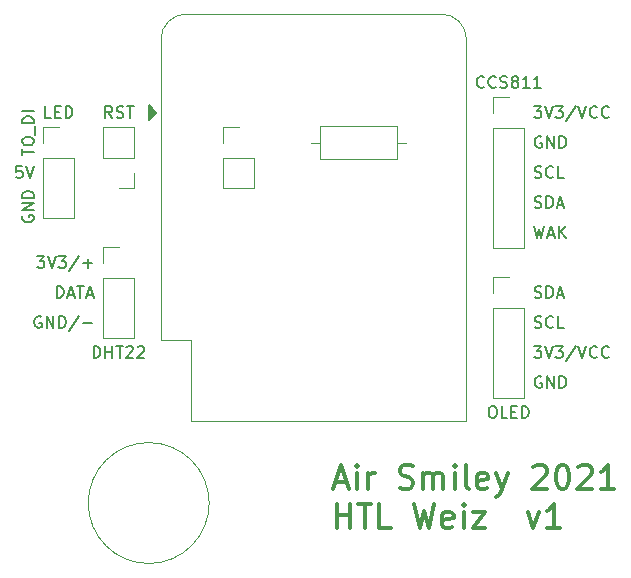
<source format=gbr>
%TF.GenerationSoftware,KiCad,Pcbnew,5.1.9*%
%TF.CreationDate,2021-02-13T11:33:13+01:00*%
%TF.ProjectId,airsmiley,61697273-6d69-46c6-9579-2e6b69636164,v1*%
%TF.SameCoordinates,Original*%
%TF.FileFunction,Legend,Top*%
%TF.FilePolarity,Positive*%
%FSLAX46Y46*%
G04 Gerber Fmt 4.6, Leading zero omitted, Abs format (unit mm)*
G04 Created by KiCad (PCBNEW 5.1.9) date 2021-02-13 11:33:13*
%MOMM*%
%LPD*%
G01*
G04 APERTURE LIST*
%ADD10C,0.150000*%
%ADD11C,0.300000*%
%ADD12C,0.120000*%
G04 APERTURE END LIST*
D10*
X128992380Y-74112380D02*
X128659047Y-73636190D01*
X128420952Y-74112380D02*
X128420952Y-73112380D01*
X128801904Y-73112380D01*
X128897142Y-73160000D01*
X128944761Y-73207619D01*
X128992380Y-73302857D01*
X128992380Y-73445714D01*
X128944761Y-73540952D01*
X128897142Y-73588571D01*
X128801904Y-73636190D01*
X128420952Y-73636190D01*
X129373333Y-74064761D02*
X129516190Y-74112380D01*
X129754285Y-74112380D01*
X129849523Y-74064761D01*
X129897142Y-74017142D01*
X129944761Y-73921904D01*
X129944761Y-73826666D01*
X129897142Y-73731428D01*
X129849523Y-73683809D01*
X129754285Y-73636190D01*
X129563809Y-73588571D01*
X129468571Y-73540952D01*
X129420952Y-73493333D01*
X129373333Y-73398095D01*
X129373333Y-73302857D01*
X129420952Y-73207619D01*
X129468571Y-73160000D01*
X129563809Y-73112380D01*
X129801904Y-73112380D01*
X129944761Y-73160000D01*
X130230476Y-73112380D02*
X130801904Y-73112380D01*
X130516190Y-74112380D02*
X130516190Y-73112380D01*
D11*
X147895952Y-104933333D02*
X148848333Y-104933333D01*
X147705476Y-105504761D02*
X148372142Y-103504761D01*
X149038809Y-105504761D01*
X149705476Y-105504761D02*
X149705476Y-104171428D01*
X149705476Y-103504761D02*
X149610238Y-103600000D01*
X149705476Y-103695238D01*
X149800714Y-103600000D01*
X149705476Y-103504761D01*
X149705476Y-103695238D01*
X150657857Y-105504761D02*
X150657857Y-104171428D01*
X150657857Y-104552380D02*
X150753095Y-104361904D01*
X150848333Y-104266666D01*
X151038809Y-104171428D01*
X151229285Y-104171428D01*
X153324523Y-105409523D02*
X153610238Y-105504761D01*
X154086428Y-105504761D01*
X154276904Y-105409523D01*
X154372142Y-105314285D01*
X154467380Y-105123809D01*
X154467380Y-104933333D01*
X154372142Y-104742857D01*
X154276904Y-104647619D01*
X154086428Y-104552380D01*
X153705476Y-104457142D01*
X153515000Y-104361904D01*
X153419761Y-104266666D01*
X153324523Y-104076190D01*
X153324523Y-103885714D01*
X153419761Y-103695238D01*
X153515000Y-103600000D01*
X153705476Y-103504761D01*
X154181666Y-103504761D01*
X154467380Y-103600000D01*
X155324523Y-105504761D02*
X155324523Y-104171428D01*
X155324523Y-104361904D02*
X155419761Y-104266666D01*
X155610238Y-104171428D01*
X155895952Y-104171428D01*
X156086428Y-104266666D01*
X156181666Y-104457142D01*
X156181666Y-105504761D01*
X156181666Y-104457142D02*
X156276904Y-104266666D01*
X156467380Y-104171428D01*
X156753095Y-104171428D01*
X156943571Y-104266666D01*
X157038809Y-104457142D01*
X157038809Y-105504761D01*
X157991190Y-105504761D02*
X157991190Y-104171428D01*
X157991190Y-103504761D02*
X157895952Y-103600000D01*
X157991190Y-103695238D01*
X158086428Y-103600000D01*
X157991190Y-103504761D01*
X157991190Y-103695238D01*
X159229285Y-105504761D02*
X159038809Y-105409523D01*
X158943571Y-105219047D01*
X158943571Y-103504761D01*
X160753095Y-105409523D02*
X160562619Y-105504761D01*
X160181666Y-105504761D01*
X159991190Y-105409523D01*
X159895952Y-105219047D01*
X159895952Y-104457142D01*
X159991190Y-104266666D01*
X160181666Y-104171428D01*
X160562619Y-104171428D01*
X160753095Y-104266666D01*
X160848333Y-104457142D01*
X160848333Y-104647619D01*
X159895952Y-104838095D01*
X161515000Y-104171428D02*
X161991190Y-105504761D01*
X162467380Y-104171428D02*
X161991190Y-105504761D01*
X161800714Y-105980952D01*
X161705476Y-106076190D01*
X161515000Y-106171428D01*
X164657857Y-103695238D02*
X164753095Y-103600000D01*
X164943571Y-103504761D01*
X165419761Y-103504761D01*
X165610238Y-103600000D01*
X165705476Y-103695238D01*
X165800714Y-103885714D01*
X165800714Y-104076190D01*
X165705476Y-104361904D01*
X164562619Y-105504761D01*
X165800714Y-105504761D01*
X167038809Y-103504761D02*
X167229285Y-103504761D01*
X167419761Y-103600000D01*
X167515000Y-103695238D01*
X167610238Y-103885714D01*
X167705476Y-104266666D01*
X167705476Y-104742857D01*
X167610238Y-105123809D01*
X167515000Y-105314285D01*
X167419761Y-105409523D01*
X167229285Y-105504761D01*
X167038809Y-105504761D01*
X166848333Y-105409523D01*
X166753095Y-105314285D01*
X166657857Y-105123809D01*
X166562619Y-104742857D01*
X166562619Y-104266666D01*
X166657857Y-103885714D01*
X166753095Y-103695238D01*
X166848333Y-103600000D01*
X167038809Y-103504761D01*
X168467380Y-103695238D02*
X168562619Y-103600000D01*
X168753095Y-103504761D01*
X169229285Y-103504761D01*
X169419761Y-103600000D01*
X169515000Y-103695238D01*
X169610238Y-103885714D01*
X169610238Y-104076190D01*
X169515000Y-104361904D01*
X168372142Y-105504761D01*
X169610238Y-105504761D01*
X171515000Y-105504761D02*
X170372142Y-105504761D01*
X170943571Y-105504761D02*
X170943571Y-103504761D01*
X170753095Y-103790476D01*
X170562619Y-103980952D01*
X170372142Y-104076190D01*
X147991190Y-108804761D02*
X147991190Y-106804761D01*
X147991190Y-107757142D02*
X149134047Y-107757142D01*
X149134047Y-108804761D02*
X149134047Y-106804761D01*
X149800714Y-106804761D02*
X150943571Y-106804761D01*
X150372142Y-108804761D02*
X150372142Y-106804761D01*
X152562619Y-108804761D02*
X151610238Y-108804761D01*
X151610238Y-106804761D01*
X154562619Y-106804761D02*
X155038809Y-108804761D01*
X155419761Y-107376190D01*
X155800714Y-108804761D01*
X156276904Y-106804761D01*
X157800714Y-108709523D02*
X157610238Y-108804761D01*
X157229285Y-108804761D01*
X157038809Y-108709523D01*
X156943571Y-108519047D01*
X156943571Y-107757142D01*
X157038809Y-107566666D01*
X157229285Y-107471428D01*
X157610238Y-107471428D01*
X157800714Y-107566666D01*
X157895952Y-107757142D01*
X157895952Y-107947619D01*
X156943571Y-108138095D01*
X158753095Y-108804761D02*
X158753095Y-107471428D01*
X158753095Y-106804761D02*
X158657857Y-106900000D01*
X158753095Y-106995238D01*
X158848333Y-106900000D01*
X158753095Y-106804761D01*
X158753095Y-106995238D01*
X159515000Y-107471428D02*
X160562619Y-107471428D01*
X159515000Y-108804761D01*
X160562619Y-108804761D01*
X164181666Y-107471428D02*
X164657857Y-108804761D01*
X165134047Y-107471428D01*
X166943571Y-108804761D02*
X165800714Y-108804761D01*
X166372142Y-108804761D02*
X166372142Y-106804761D01*
X166181666Y-107090476D01*
X165991190Y-107280952D01*
X165800714Y-107376190D01*
D10*
X164705357Y-83272380D02*
X164943452Y-84272380D01*
X165133928Y-83558095D01*
X165324404Y-84272380D01*
X165562500Y-83272380D01*
X165895833Y-83986666D02*
X166372023Y-83986666D01*
X165800595Y-84272380D02*
X166133928Y-83272380D01*
X166467261Y-84272380D01*
X166800595Y-84272380D02*
X166800595Y-83272380D01*
X167372023Y-84272380D02*
X166943452Y-83700952D01*
X167372023Y-83272380D02*
X166800595Y-83843809D01*
X164752976Y-81684761D02*
X164895833Y-81732380D01*
X165133928Y-81732380D01*
X165229166Y-81684761D01*
X165276785Y-81637142D01*
X165324404Y-81541904D01*
X165324404Y-81446666D01*
X165276785Y-81351428D01*
X165229166Y-81303809D01*
X165133928Y-81256190D01*
X164943452Y-81208571D01*
X164848214Y-81160952D01*
X164800595Y-81113333D01*
X164752976Y-81018095D01*
X164752976Y-80922857D01*
X164800595Y-80827619D01*
X164848214Y-80780000D01*
X164943452Y-80732380D01*
X165181547Y-80732380D01*
X165324404Y-80780000D01*
X165752976Y-81732380D02*
X165752976Y-80732380D01*
X165991071Y-80732380D01*
X166133928Y-80780000D01*
X166229166Y-80875238D01*
X166276785Y-80970476D01*
X166324404Y-81160952D01*
X166324404Y-81303809D01*
X166276785Y-81494285D01*
X166229166Y-81589523D01*
X166133928Y-81684761D01*
X165991071Y-81732380D01*
X165752976Y-81732380D01*
X166705357Y-81446666D02*
X167181547Y-81446666D01*
X166610119Y-81732380D02*
X166943452Y-80732380D01*
X167276785Y-81732380D01*
X164752976Y-79144761D02*
X164895833Y-79192380D01*
X165133928Y-79192380D01*
X165229166Y-79144761D01*
X165276785Y-79097142D01*
X165324404Y-79001904D01*
X165324404Y-78906666D01*
X165276785Y-78811428D01*
X165229166Y-78763809D01*
X165133928Y-78716190D01*
X164943452Y-78668571D01*
X164848214Y-78620952D01*
X164800595Y-78573333D01*
X164752976Y-78478095D01*
X164752976Y-78382857D01*
X164800595Y-78287619D01*
X164848214Y-78240000D01*
X164943452Y-78192380D01*
X165181547Y-78192380D01*
X165324404Y-78240000D01*
X166324404Y-79097142D02*
X166276785Y-79144761D01*
X166133928Y-79192380D01*
X166038690Y-79192380D01*
X165895833Y-79144761D01*
X165800595Y-79049523D01*
X165752976Y-78954285D01*
X165705357Y-78763809D01*
X165705357Y-78620952D01*
X165752976Y-78430476D01*
X165800595Y-78335238D01*
X165895833Y-78240000D01*
X166038690Y-78192380D01*
X166133928Y-78192380D01*
X166276785Y-78240000D01*
X166324404Y-78287619D01*
X167229166Y-79192380D02*
X166752976Y-79192380D01*
X166752976Y-78192380D01*
X165324404Y-75700000D02*
X165229166Y-75652380D01*
X165086309Y-75652380D01*
X164943452Y-75700000D01*
X164848214Y-75795238D01*
X164800595Y-75890476D01*
X164752976Y-76080952D01*
X164752976Y-76223809D01*
X164800595Y-76414285D01*
X164848214Y-76509523D01*
X164943452Y-76604761D01*
X165086309Y-76652380D01*
X165181547Y-76652380D01*
X165324404Y-76604761D01*
X165372023Y-76557142D01*
X165372023Y-76223809D01*
X165181547Y-76223809D01*
X165800595Y-76652380D02*
X165800595Y-75652380D01*
X166372023Y-76652380D01*
X166372023Y-75652380D01*
X166848214Y-76652380D02*
X166848214Y-75652380D01*
X167086309Y-75652380D01*
X167229166Y-75700000D01*
X167324404Y-75795238D01*
X167372023Y-75890476D01*
X167419642Y-76080952D01*
X167419642Y-76223809D01*
X167372023Y-76414285D01*
X167324404Y-76509523D01*
X167229166Y-76604761D01*
X167086309Y-76652380D01*
X166848214Y-76652380D01*
X164705357Y-73112380D02*
X165324404Y-73112380D01*
X164991071Y-73493333D01*
X165133928Y-73493333D01*
X165229166Y-73540952D01*
X165276785Y-73588571D01*
X165324404Y-73683809D01*
X165324404Y-73921904D01*
X165276785Y-74017142D01*
X165229166Y-74064761D01*
X165133928Y-74112380D01*
X164848214Y-74112380D01*
X164752976Y-74064761D01*
X164705357Y-74017142D01*
X165610119Y-73112380D02*
X165943452Y-74112380D01*
X166276785Y-73112380D01*
X166514880Y-73112380D02*
X167133928Y-73112380D01*
X166800595Y-73493333D01*
X166943452Y-73493333D01*
X167038690Y-73540952D01*
X167086309Y-73588571D01*
X167133928Y-73683809D01*
X167133928Y-73921904D01*
X167086309Y-74017142D01*
X167038690Y-74064761D01*
X166943452Y-74112380D01*
X166657738Y-74112380D01*
X166562500Y-74064761D01*
X166514880Y-74017142D01*
X168276785Y-73064761D02*
X167419642Y-74350476D01*
X168467261Y-73112380D02*
X168800595Y-74112380D01*
X169133928Y-73112380D01*
X170038690Y-74017142D02*
X169991071Y-74064761D01*
X169848214Y-74112380D01*
X169752976Y-74112380D01*
X169610119Y-74064761D01*
X169514880Y-73969523D01*
X169467261Y-73874285D01*
X169419642Y-73683809D01*
X169419642Y-73540952D01*
X169467261Y-73350476D01*
X169514880Y-73255238D01*
X169610119Y-73160000D01*
X169752976Y-73112380D01*
X169848214Y-73112380D01*
X169991071Y-73160000D01*
X170038690Y-73207619D01*
X171038690Y-74017142D02*
X170991071Y-74064761D01*
X170848214Y-74112380D01*
X170752976Y-74112380D01*
X170610119Y-74064761D01*
X170514880Y-73969523D01*
X170467261Y-73874285D01*
X170419642Y-73683809D01*
X170419642Y-73540952D01*
X170467261Y-73350476D01*
X170514880Y-73255238D01*
X170610119Y-73160000D01*
X170752976Y-73112380D01*
X170848214Y-73112380D01*
X170991071Y-73160000D01*
X171038690Y-73207619D01*
X164752976Y-89304761D02*
X164895833Y-89352380D01*
X165133928Y-89352380D01*
X165229166Y-89304761D01*
X165276785Y-89257142D01*
X165324404Y-89161904D01*
X165324404Y-89066666D01*
X165276785Y-88971428D01*
X165229166Y-88923809D01*
X165133928Y-88876190D01*
X164943452Y-88828571D01*
X164848214Y-88780952D01*
X164800595Y-88733333D01*
X164752976Y-88638095D01*
X164752976Y-88542857D01*
X164800595Y-88447619D01*
X164848214Y-88400000D01*
X164943452Y-88352380D01*
X165181547Y-88352380D01*
X165324404Y-88400000D01*
X165752976Y-89352380D02*
X165752976Y-88352380D01*
X165991071Y-88352380D01*
X166133928Y-88400000D01*
X166229166Y-88495238D01*
X166276785Y-88590476D01*
X166324404Y-88780952D01*
X166324404Y-88923809D01*
X166276785Y-89114285D01*
X166229166Y-89209523D01*
X166133928Y-89304761D01*
X165991071Y-89352380D01*
X165752976Y-89352380D01*
X166705357Y-89066666D02*
X167181547Y-89066666D01*
X166610119Y-89352380D02*
X166943452Y-88352380D01*
X167276785Y-89352380D01*
X165324404Y-96020000D02*
X165229166Y-95972380D01*
X165086309Y-95972380D01*
X164943452Y-96020000D01*
X164848214Y-96115238D01*
X164800595Y-96210476D01*
X164752976Y-96400952D01*
X164752976Y-96543809D01*
X164800595Y-96734285D01*
X164848214Y-96829523D01*
X164943452Y-96924761D01*
X165086309Y-96972380D01*
X165181547Y-96972380D01*
X165324404Y-96924761D01*
X165372023Y-96877142D01*
X165372023Y-96543809D01*
X165181547Y-96543809D01*
X165800595Y-96972380D02*
X165800595Y-95972380D01*
X166372023Y-96972380D01*
X166372023Y-95972380D01*
X166848214Y-96972380D02*
X166848214Y-95972380D01*
X167086309Y-95972380D01*
X167229166Y-96020000D01*
X167324404Y-96115238D01*
X167372023Y-96210476D01*
X167419642Y-96400952D01*
X167419642Y-96543809D01*
X167372023Y-96734285D01*
X167324404Y-96829523D01*
X167229166Y-96924761D01*
X167086309Y-96972380D01*
X166848214Y-96972380D01*
X164705357Y-93432380D02*
X165324404Y-93432380D01*
X164991071Y-93813333D01*
X165133928Y-93813333D01*
X165229166Y-93860952D01*
X165276785Y-93908571D01*
X165324404Y-94003809D01*
X165324404Y-94241904D01*
X165276785Y-94337142D01*
X165229166Y-94384761D01*
X165133928Y-94432380D01*
X164848214Y-94432380D01*
X164752976Y-94384761D01*
X164705357Y-94337142D01*
X165610119Y-93432380D02*
X165943452Y-94432380D01*
X166276785Y-93432380D01*
X166514880Y-93432380D02*
X167133928Y-93432380D01*
X166800595Y-93813333D01*
X166943452Y-93813333D01*
X167038690Y-93860952D01*
X167086309Y-93908571D01*
X167133928Y-94003809D01*
X167133928Y-94241904D01*
X167086309Y-94337142D01*
X167038690Y-94384761D01*
X166943452Y-94432380D01*
X166657738Y-94432380D01*
X166562500Y-94384761D01*
X166514880Y-94337142D01*
X168276785Y-93384761D02*
X167419642Y-94670476D01*
X168467261Y-93432380D02*
X168800595Y-94432380D01*
X169133928Y-93432380D01*
X170038690Y-94337142D02*
X169991071Y-94384761D01*
X169848214Y-94432380D01*
X169752976Y-94432380D01*
X169610119Y-94384761D01*
X169514880Y-94289523D01*
X169467261Y-94194285D01*
X169419642Y-94003809D01*
X169419642Y-93860952D01*
X169467261Y-93670476D01*
X169514880Y-93575238D01*
X169610119Y-93480000D01*
X169752976Y-93432380D01*
X169848214Y-93432380D01*
X169991071Y-93480000D01*
X170038690Y-93527619D01*
X171038690Y-94337142D02*
X170991071Y-94384761D01*
X170848214Y-94432380D01*
X170752976Y-94432380D01*
X170610119Y-94384761D01*
X170514880Y-94289523D01*
X170467261Y-94194285D01*
X170419642Y-94003809D01*
X170419642Y-93860952D01*
X170467261Y-93670476D01*
X170514880Y-93575238D01*
X170610119Y-93480000D01*
X170752976Y-93432380D01*
X170848214Y-93432380D01*
X170991071Y-93480000D01*
X171038690Y-93527619D01*
X164752976Y-91844761D02*
X164895833Y-91892380D01*
X165133928Y-91892380D01*
X165229166Y-91844761D01*
X165276785Y-91797142D01*
X165324404Y-91701904D01*
X165324404Y-91606666D01*
X165276785Y-91511428D01*
X165229166Y-91463809D01*
X165133928Y-91416190D01*
X164943452Y-91368571D01*
X164848214Y-91320952D01*
X164800595Y-91273333D01*
X164752976Y-91178095D01*
X164752976Y-91082857D01*
X164800595Y-90987619D01*
X164848214Y-90940000D01*
X164943452Y-90892380D01*
X165181547Y-90892380D01*
X165324404Y-90940000D01*
X166324404Y-91797142D02*
X166276785Y-91844761D01*
X166133928Y-91892380D01*
X166038690Y-91892380D01*
X165895833Y-91844761D01*
X165800595Y-91749523D01*
X165752976Y-91654285D01*
X165705357Y-91463809D01*
X165705357Y-91320952D01*
X165752976Y-91130476D01*
X165800595Y-91035238D01*
X165895833Y-90940000D01*
X166038690Y-90892380D01*
X166133928Y-90892380D01*
X166276785Y-90940000D01*
X166324404Y-90987619D01*
X167229166Y-91892380D02*
X166752976Y-91892380D01*
X166752976Y-90892380D01*
X161107619Y-98512380D02*
X161298095Y-98512380D01*
X161393333Y-98560000D01*
X161488571Y-98655238D01*
X161536190Y-98845714D01*
X161536190Y-99179047D01*
X161488571Y-99369523D01*
X161393333Y-99464761D01*
X161298095Y-99512380D01*
X161107619Y-99512380D01*
X161012380Y-99464761D01*
X160917142Y-99369523D01*
X160869523Y-99179047D01*
X160869523Y-98845714D01*
X160917142Y-98655238D01*
X161012380Y-98560000D01*
X161107619Y-98512380D01*
X162440952Y-99512380D02*
X161964761Y-99512380D01*
X161964761Y-98512380D01*
X162774285Y-98988571D02*
X163107619Y-98988571D01*
X163250476Y-99512380D02*
X162774285Y-99512380D01*
X162774285Y-98512380D01*
X163250476Y-98512380D01*
X163679047Y-99512380D02*
X163679047Y-98512380D01*
X163917142Y-98512380D01*
X164060000Y-98560000D01*
X164155238Y-98655238D01*
X164202857Y-98750476D01*
X164250476Y-98940952D01*
X164250476Y-99083809D01*
X164202857Y-99274285D01*
X164155238Y-99369523D01*
X164060000Y-99464761D01*
X163917142Y-99512380D01*
X163679047Y-99512380D01*
X160464761Y-71477142D02*
X160417142Y-71524761D01*
X160274285Y-71572380D01*
X160179047Y-71572380D01*
X160036190Y-71524761D01*
X159940952Y-71429523D01*
X159893333Y-71334285D01*
X159845714Y-71143809D01*
X159845714Y-71000952D01*
X159893333Y-70810476D01*
X159940952Y-70715238D01*
X160036190Y-70620000D01*
X160179047Y-70572380D01*
X160274285Y-70572380D01*
X160417142Y-70620000D01*
X160464761Y-70667619D01*
X161464761Y-71477142D02*
X161417142Y-71524761D01*
X161274285Y-71572380D01*
X161179047Y-71572380D01*
X161036190Y-71524761D01*
X160940952Y-71429523D01*
X160893333Y-71334285D01*
X160845714Y-71143809D01*
X160845714Y-71000952D01*
X160893333Y-70810476D01*
X160940952Y-70715238D01*
X161036190Y-70620000D01*
X161179047Y-70572380D01*
X161274285Y-70572380D01*
X161417142Y-70620000D01*
X161464761Y-70667619D01*
X161845714Y-71524761D02*
X161988571Y-71572380D01*
X162226666Y-71572380D01*
X162321904Y-71524761D01*
X162369523Y-71477142D01*
X162417142Y-71381904D01*
X162417142Y-71286666D01*
X162369523Y-71191428D01*
X162321904Y-71143809D01*
X162226666Y-71096190D01*
X162036190Y-71048571D01*
X161940952Y-71000952D01*
X161893333Y-70953333D01*
X161845714Y-70858095D01*
X161845714Y-70762857D01*
X161893333Y-70667619D01*
X161940952Y-70620000D01*
X162036190Y-70572380D01*
X162274285Y-70572380D01*
X162417142Y-70620000D01*
X162988571Y-71000952D02*
X162893333Y-70953333D01*
X162845714Y-70905714D01*
X162798095Y-70810476D01*
X162798095Y-70762857D01*
X162845714Y-70667619D01*
X162893333Y-70620000D01*
X162988571Y-70572380D01*
X163179047Y-70572380D01*
X163274285Y-70620000D01*
X163321904Y-70667619D01*
X163369523Y-70762857D01*
X163369523Y-70810476D01*
X163321904Y-70905714D01*
X163274285Y-70953333D01*
X163179047Y-71000952D01*
X162988571Y-71000952D01*
X162893333Y-71048571D01*
X162845714Y-71096190D01*
X162798095Y-71191428D01*
X162798095Y-71381904D01*
X162845714Y-71477142D01*
X162893333Y-71524761D01*
X162988571Y-71572380D01*
X163179047Y-71572380D01*
X163274285Y-71524761D01*
X163321904Y-71477142D01*
X163369523Y-71381904D01*
X163369523Y-71191428D01*
X163321904Y-71096190D01*
X163274285Y-71048571D01*
X163179047Y-71000952D01*
X164321904Y-71572380D02*
X163750476Y-71572380D01*
X164036190Y-71572380D02*
X164036190Y-70572380D01*
X163940952Y-70715238D01*
X163845714Y-70810476D01*
X163750476Y-70858095D01*
X165274285Y-71572380D02*
X164702857Y-71572380D01*
X164988571Y-71572380D02*
X164988571Y-70572380D01*
X164893333Y-70715238D01*
X164798095Y-70810476D01*
X164702857Y-70858095D01*
X122966071Y-90940000D02*
X122870833Y-90892380D01*
X122727976Y-90892380D01*
X122585119Y-90940000D01*
X122489880Y-91035238D01*
X122442261Y-91130476D01*
X122394642Y-91320952D01*
X122394642Y-91463809D01*
X122442261Y-91654285D01*
X122489880Y-91749523D01*
X122585119Y-91844761D01*
X122727976Y-91892380D01*
X122823214Y-91892380D01*
X122966071Y-91844761D01*
X123013690Y-91797142D01*
X123013690Y-91463809D01*
X122823214Y-91463809D01*
X123442261Y-91892380D02*
X123442261Y-90892380D01*
X124013690Y-91892380D01*
X124013690Y-90892380D01*
X124489880Y-91892380D02*
X124489880Y-90892380D01*
X124727976Y-90892380D01*
X124870833Y-90940000D01*
X124966071Y-91035238D01*
X125013690Y-91130476D01*
X125061309Y-91320952D01*
X125061309Y-91463809D01*
X125013690Y-91654285D01*
X124966071Y-91749523D01*
X124870833Y-91844761D01*
X124727976Y-91892380D01*
X124489880Y-91892380D01*
X126204166Y-90844761D02*
X125347023Y-92130476D01*
X126537500Y-91511428D02*
X127299404Y-91511428D01*
X124299404Y-89352380D02*
X124299404Y-88352380D01*
X124537500Y-88352380D01*
X124680357Y-88400000D01*
X124775595Y-88495238D01*
X124823214Y-88590476D01*
X124870833Y-88780952D01*
X124870833Y-88923809D01*
X124823214Y-89114285D01*
X124775595Y-89209523D01*
X124680357Y-89304761D01*
X124537500Y-89352380D01*
X124299404Y-89352380D01*
X125251785Y-89066666D02*
X125727976Y-89066666D01*
X125156547Y-89352380D02*
X125489880Y-88352380D01*
X125823214Y-89352380D01*
X126013690Y-88352380D02*
X126585119Y-88352380D01*
X126299404Y-89352380D02*
X126299404Y-88352380D01*
X126870833Y-89066666D02*
X127347023Y-89066666D01*
X126775595Y-89352380D02*
X127108928Y-88352380D01*
X127442261Y-89352380D01*
X122632738Y-85812380D02*
X123251785Y-85812380D01*
X122918452Y-86193333D01*
X123061309Y-86193333D01*
X123156547Y-86240952D01*
X123204166Y-86288571D01*
X123251785Y-86383809D01*
X123251785Y-86621904D01*
X123204166Y-86717142D01*
X123156547Y-86764761D01*
X123061309Y-86812380D01*
X122775595Y-86812380D01*
X122680357Y-86764761D01*
X122632738Y-86717142D01*
X123537500Y-85812380D02*
X123870833Y-86812380D01*
X124204166Y-85812380D01*
X124442261Y-85812380D02*
X125061309Y-85812380D01*
X124727976Y-86193333D01*
X124870833Y-86193333D01*
X124966071Y-86240952D01*
X125013690Y-86288571D01*
X125061309Y-86383809D01*
X125061309Y-86621904D01*
X125013690Y-86717142D01*
X124966071Y-86764761D01*
X124870833Y-86812380D01*
X124585119Y-86812380D01*
X124489880Y-86764761D01*
X124442261Y-86717142D01*
X126204166Y-85764761D02*
X125347023Y-87050476D01*
X126537500Y-86431428D02*
X127299404Y-86431428D01*
X126918452Y-86812380D02*
X126918452Y-86050476D01*
X127420952Y-94432380D02*
X127420952Y-93432380D01*
X127659047Y-93432380D01*
X127801904Y-93480000D01*
X127897142Y-93575238D01*
X127944761Y-93670476D01*
X127992380Y-93860952D01*
X127992380Y-94003809D01*
X127944761Y-94194285D01*
X127897142Y-94289523D01*
X127801904Y-94384761D01*
X127659047Y-94432380D01*
X127420952Y-94432380D01*
X128420952Y-94432380D02*
X128420952Y-93432380D01*
X128420952Y-93908571D02*
X128992380Y-93908571D01*
X128992380Y-94432380D02*
X128992380Y-93432380D01*
X129325714Y-93432380D02*
X129897142Y-93432380D01*
X129611428Y-94432380D02*
X129611428Y-93432380D01*
X130182857Y-93527619D02*
X130230476Y-93480000D01*
X130325714Y-93432380D01*
X130563809Y-93432380D01*
X130659047Y-93480000D01*
X130706666Y-93527619D01*
X130754285Y-93622857D01*
X130754285Y-93718095D01*
X130706666Y-93860952D01*
X130135238Y-94432380D01*
X130754285Y-94432380D01*
X131135238Y-93527619D02*
X131182857Y-93480000D01*
X131278095Y-93432380D01*
X131516190Y-93432380D01*
X131611428Y-93480000D01*
X131659047Y-93527619D01*
X131706666Y-93622857D01*
X131706666Y-93718095D01*
X131659047Y-93860952D01*
X131087619Y-94432380D01*
X131706666Y-94432380D01*
X121420000Y-82393214D02*
X121372380Y-82488452D01*
X121372380Y-82631309D01*
X121420000Y-82774166D01*
X121515238Y-82869404D01*
X121610476Y-82917023D01*
X121800952Y-82964642D01*
X121943809Y-82964642D01*
X122134285Y-82917023D01*
X122229523Y-82869404D01*
X122324761Y-82774166D01*
X122372380Y-82631309D01*
X122372380Y-82536071D01*
X122324761Y-82393214D01*
X122277142Y-82345595D01*
X121943809Y-82345595D01*
X121943809Y-82536071D01*
X122372380Y-81917023D02*
X121372380Y-81917023D01*
X122372380Y-81345595D01*
X121372380Y-81345595D01*
X122372380Y-80869404D02*
X121372380Y-80869404D01*
X121372380Y-80631309D01*
X121420000Y-80488452D01*
X121515238Y-80393214D01*
X121610476Y-80345595D01*
X121800952Y-80297976D01*
X121943809Y-80297976D01*
X122134285Y-80345595D01*
X122229523Y-80393214D01*
X122324761Y-80488452D01*
X122372380Y-80631309D01*
X122372380Y-80869404D01*
X121362261Y-78192380D02*
X120886071Y-78192380D01*
X120838452Y-78668571D01*
X120886071Y-78620952D01*
X120981309Y-78573333D01*
X121219404Y-78573333D01*
X121314642Y-78620952D01*
X121362261Y-78668571D01*
X121409880Y-78763809D01*
X121409880Y-79001904D01*
X121362261Y-79097142D01*
X121314642Y-79144761D01*
X121219404Y-79192380D01*
X120981309Y-79192380D01*
X120886071Y-79144761D01*
X120838452Y-79097142D01*
X121695595Y-78192380D02*
X122028928Y-79192380D01*
X122362261Y-78192380D01*
X121372380Y-77277261D02*
X121372380Y-76705833D01*
X122372380Y-76991547D02*
X121372380Y-76991547D01*
X121372380Y-76182023D02*
X121372380Y-75991547D01*
X121420000Y-75896309D01*
X121515238Y-75801071D01*
X121705714Y-75753452D01*
X122039047Y-75753452D01*
X122229523Y-75801071D01*
X122324761Y-75896309D01*
X122372380Y-75991547D01*
X122372380Y-76182023D01*
X122324761Y-76277261D01*
X122229523Y-76372500D01*
X122039047Y-76420119D01*
X121705714Y-76420119D01*
X121515238Y-76372500D01*
X121420000Y-76277261D01*
X121372380Y-76182023D01*
X122467619Y-75562976D02*
X122467619Y-74801071D01*
X122372380Y-74562976D02*
X121372380Y-74562976D01*
X121372380Y-74324880D01*
X121420000Y-74182023D01*
X121515238Y-74086785D01*
X121610476Y-74039166D01*
X121800952Y-73991547D01*
X121943809Y-73991547D01*
X122134285Y-74039166D01*
X122229523Y-74086785D01*
X122324761Y-74182023D01*
X122372380Y-74324880D01*
X122372380Y-74562976D01*
X122372380Y-73562976D02*
X121372380Y-73562976D01*
X123817142Y-74112380D02*
X123340952Y-74112380D01*
X123340952Y-73112380D01*
X124150476Y-73588571D02*
X124483809Y-73588571D01*
X124626666Y-74112380D02*
X124150476Y-74112380D01*
X124150476Y-73112380D01*
X124626666Y-73112380D01*
X125055238Y-74112380D02*
X125055238Y-73112380D01*
X125293333Y-73112380D01*
X125436190Y-73160000D01*
X125531428Y-73255238D01*
X125579047Y-73350476D01*
X125626666Y-73540952D01*
X125626666Y-73683809D01*
X125579047Y-73874285D01*
X125531428Y-73969523D01*
X125436190Y-74064761D01*
X125293333Y-74112380D01*
X125055238Y-74112380D01*
D12*
%TO.C,J_RST_1*%
X130870000Y-80070000D02*
X129540000Y-80070000D01*
X130870000Y-78740000D02*
X130870000Y-80070000D01*
X130870000Y-77470000D02*
X128210000Y-77470000D01*
X128210000Y-77470000D02*
X128210000Y-74870000D01*
X130870000Y-77470000D02*
X130870000Y-74870000D01*
X130870000Y-74870000D02*
X128210000Y-74870000D01*
%TO.C,R1*%
X146590000Y-74830000D02*
X146590000Y-77570000D01*
X146590000Y-77570000D02*
X153130000Y-77570000D01*
X153130000Y-77570000D02*
X153130000Y-74830000D01*
X153130000Y-74830000D02*
X146590000Y-74830000D01*
X145820000Y-76200000D02*
X146590000Y-76200000D01*
X153900000Y-76200000D02*
X153130000Y-76200000D01*
%TO.C,C1*%
X137200000Y-106720000D02*
G75*
G03*
X137200000Y-106720000I-5120000J0D01*
G01*
%TO.C,J_WS2812B_1*%
X123130000Y-82610000D02*
X125790000Y-82610000D01*
X123130000Y-77470000D02*
X123130000Y-82610000D01*
X125790000Y-77470000D02*
X125790000Y-82610000D01*
X123130000Y-77470000D02*
X125790000Y-77470000D01*
X123130000Y-76200000D02*
X123130000Y-74870000D01*
X123130000Y-74870000D02*
X124460000Y-74870000D01*
%TO.C,J_OLED_1*%
X161230000Y-97850000D02*
X163890000Y-97850000D01*
X161230000Y-90170000D02*
X161230000Y-97850000D01*
X163890000Y-90170000D02*
X163890000Y-97850000D01*
X161230000Y-90170000D02*
X163890000Y-90170000D01*
X161230000Y-88900000D02*
X161230000Y-87570000D01*
X161230000Y-87570000D02*
X162560000Y-87570000D01*
%TO.C,J_DHT22*%
X128210000Y-92770000D02*
X130870000Y-92770000D01*
X128210000Y-87630000D02*
X128210000Y-92770000D01*
X130870000Y-87630000D02*
X130870000Y-92770000D01*
X128210000Y-87630000D02*
X130870000Y-87630000D01*
X128210000Y-86360000D02*
X128210000Y-85030000D01*
X128210000Y-85030000D02*
X129540000Y-85030000D01*
%TO.C,J1*%
X138370000Y-80070000D02*
X141030000Y-80070000D01*
X138370000Y-77470000D02*
X138370000Y-80070000D01*
X141030000Y-77470000D02*
X141030000Y-80070000D01*
X138370000Y-77470000D02*
X141030000Y-77470000D01*
X138370000Y-76200000D02*
X138370000Y-74870000D01*
X138370000Y-74870000D02*
X139700000Y-74870000D01*
%TO.C,J_CCS811*%
X161230000Y-85150000D02*
X163890000Y-85150000D01*
X161230000Y-74930000D02*
X161230000Y-85150000D01*
X163890000Y-74930000D02*
X163890000Y-85150000D01*
X161230000Y-74930000D02*
X163890000Y-74930000D01*
X161230000Y-73660000D02*
X161230000Y-72330000D01*
X161230000Y-72330000D02*
X162560000Y-72330000D01*
%TO.C,U1*%
X135660000Y-99780000D02*
X158980000Y-99780000D01*
X133120000Y-92880000D02*
X133120000Y-67450000D01*
X158980000Y-99780000D02*
X158980000Y-67450000D01*
X156860000Y-65320000D02*
X135250000Y-65320000D01*
D10*
G36*
X132080000Y-73025000D02*
G01*
X132080000Y-74295000D01*
X132715000Y-73660000D01*
X132080000Y-73025000D01*
G37*
X132080000Y-73025000D02*
X132080000Y-74295000D01*
X132715000Y-73660000D01*
X132080000Y-73025000D01*
D12*
X133120000Y-92880000D02*
X135660000Y-92880000D01*
X135660000Y-92880000D02*
X135660000Y-99780000D01*
X156850000Y-65320000D02*
G75*
G02*
X158980000Y-67450000I0J-2130000D01*
G01*
X133120000Y-67450000D02*
G75*
G02*
X135250000Y-65320000I2130000J0D01*
G01*
%TD*%
M02*

</source>
